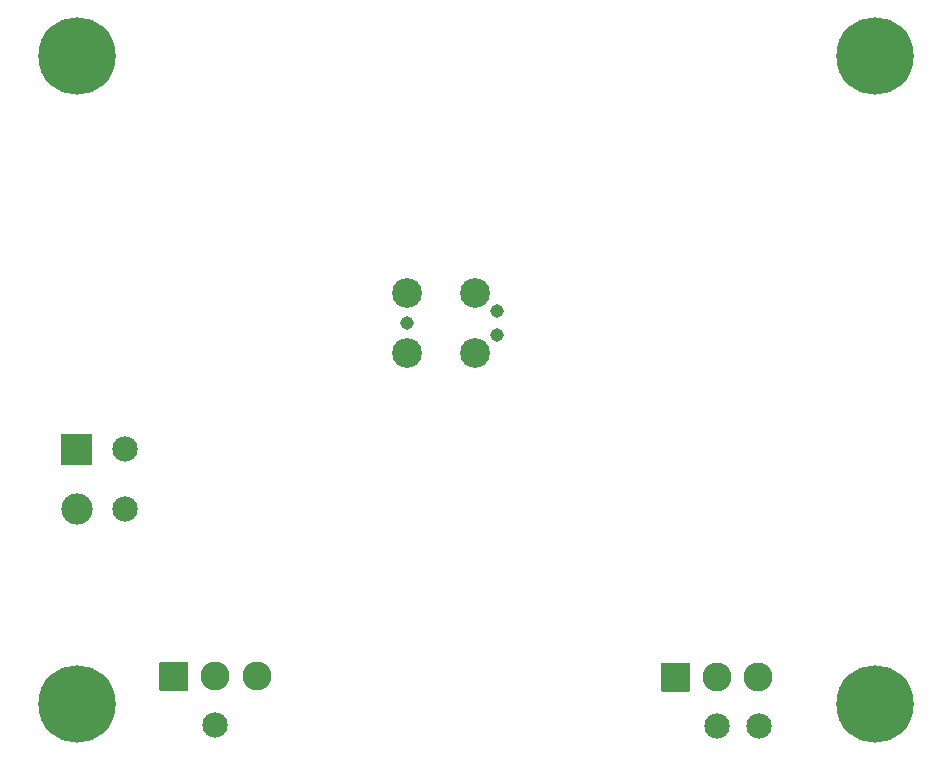
<source format=gbs>
G04 #@! TF.GenerationSoftware,KiCad,Pcbnew,6.0.2+dfsg-1*
G04 #@! TF.CreationDate,2024-04-05T20:45:58-06:00*
G04 #@! TF.ProjectId,ckt-xing-basic,636b742d-7869-46e6-972d-62617369632e,rev?*
G04 #@! TF.SameCoordinates,Original*
G04 #@! TF.FileFunction,Soldermask,Bot*
G04 #@! TF.FilePolarity,Negative*
%FSLAX46Y46*%
G04 Gerber Fmt 4.6, Leading zero omitted, Abs format (unit mm)*
G04 Created by KiCad (PCBNEW 6.0.2+dfsg-1) date 2024-04-05 20:45:58*
%MOMM*%
%LPD*%
G01*
G04 APERTURE LIST*
%ADD10C,6.552400*%
%ADD11C,2.652400*%
%ADD12C,2.452400*%
%ADD13C,2.527300*%
%ADD14C,1.143000*%
%ADD15C,2.152400*%
G04 APERTURE END LIST*
D10*
X29718000Y-23368000D03*
G36*
G01*
X28422000Y-55355800D02*
X30922000Y-55355800D01*
G75*
G02*
X30998200Y-55432000I0J-76200D01*
G01*
X30998200Y-57932000D01*
G75*
G02*
X30922000Y-58008200I-76200J0D01*
G01*
X28422000Y-58008200D01*
G75*
G02*
X28345800Y-57932000I0J76200D01*
G01*
X28345800Y-55432000D01*
G75*
G02*
X28422000Y-55355800I76200J0D01*
G01*
G37*
D11*
X29672000Y-61682000D03*
D10*
X29718000Y-78232000D03*
X97282000Y-78232000D03*
G36*
G01*
X79164800Y-77096000D02*
X79164800Y-74796000D01*
G75*
G02*
X79241000Y-74719800I76200J0D01*
G01*
X81541000Y-74719800D01*
G75*
G02*
X81617200Y-74796000I0J-76200D01*
G01*
X81617200Y-77096000D01*
G75*
G02*
X81541000Y-77172200I-76200J0D01*
G01*
X79241000Y-77172200D01*
G75*
G02*
X79164800Y-77096000I0J76200D01*
G01*
G37*
D12*
X83891000Y-75946000D03*
X87391000Y-75946000D03*
G36*
G01*
X36675800Y-77038000D02*
X36675800Y-74738000D01*
G75*
G02*
X36752000Y-74661800I76200J0D01*
G01*
X39052000Y-74661800D01*
G75*
G02*
X39128200Y-74738000I0J-76200D01*
G01*
X39128200Y-77038000D01*
G75*
G02*
X39052000Y-77114200I-76200J0D01*
G01*
X36752000Y-77114200D01*
G75*
G02*
X36675800Y-77038000I0J76200D01*
G01*
G37*
X41402000Y-75888000D03*
X44902000Y-75888000D03*
D10*
X97282000Y-23368000D03*
D13*
X57652000Y-48514000D03*
D14*
X65272000Y-44958000D03*
X57652000Y-45974000D03*
D13*
X63367000Y-48514000D03*
X63367000Y-43434000D03*
D14*
X65272000Y-46990000D03*
D13*
X57652000Y-43434000D03*
D15*
X33782000Y-61722000D03*
X83876000Y-80068000D03*
X33782000Y-56642000D03*
X87432000Y-80068000D03*
X41402000Y-80010000D03*
M02*

</source>
